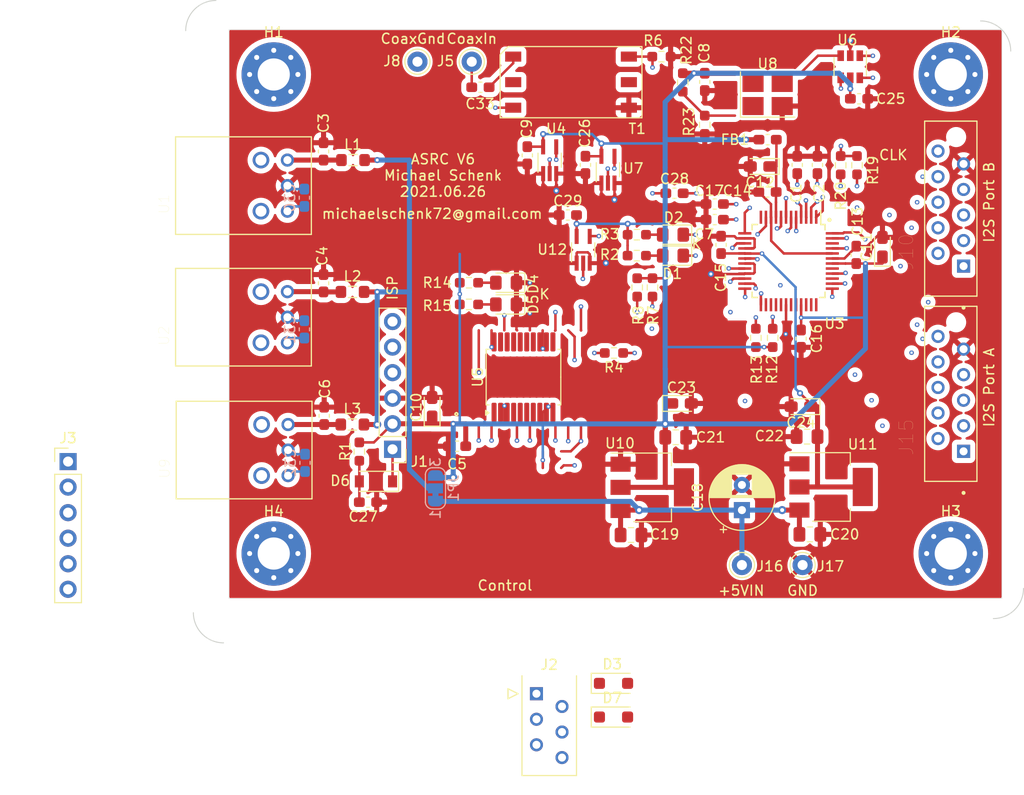
<source format=kicad_pcb>
(kicad_pcb (version 20240108) (generator "pcbnew") (generator_version "8.0")
  (layers (0 "F.Cu" mixed) (1 "In1.Cu" signal) (2 "In2.Cu" signal) (31 "B.Cu" mixed) (34 "B.Paste" user) (35 "F.Paste" user) (36 "B.SilkS" user "B.Silkscreen") (37 "F.SilkS" user "F.Silkscreen") (38 "B.Mask" user) (39 "F.Mask" user) (44 "Edge.Cuts" user))
  (net 0 "")
  (net 1 "Net-(U3A-RX2-)")
  (net 2 "GND")
  (net 3 "+3V3")
  (net 4 "Net-(U3A-RX1-)")
  (net 5 "Net-(U1-VCC)")
  (net 6 "Net-(U2-VCC)")
  (net 7 "Net-(U9-VCC)")
  (net 8 "SCL")
  (net 9 "SDA")
  (net 10 "+1V8")
  (net 11 "Net-(U3A-RX3-)")
  (net 12 "Net-(U3B-VCC)")
  (net 13 "Net-(U3A-RX4-)")
  (net 14 "RESET")
  (net 15 "BCKB")
  (net 16 "LRCKB")
  (net 17 "SDOUTB")
  (net 18 "Net-(D6-A)")
  (net 19 "Net-(U3A-RX4+)")
  (net 20 "BCKA")
  (net 21 "LRCKA")
  (net 22 "SDOUTA")
  (net 23 "MCLK1")
  (net 24 "MCLK3")
  (net 25 "Net-(U1-VOUT)")
  (net 26 "MCLK2")
  (net 27 "Net-(U2-VOUT)")
  (net 28 "Net-(U9-VOUT)")
  (net 29 "RC5")
  (net 30 "Net-(J5-Pin_1)")
  (net 31 "Net-(D1-K)")
  (net 32 "/RA4")
  (net 33 "/RA5")
  (net 34 "Net-(U5-RC1)")
  (net 35 "Net-(U5-RC0)")
  (net 36 "Net-(C3-Pad2)")
  (net 37 "Net-(C4-Pad2)")
  (net 38 "+5V")
  (net 39 "Net-(D1-A)")
  (net 40 "Net-(D2-K)")
  (net 41 "SDO")
  (net 42 "Net-(D2-A)")
  (net 44 "Net-(C6-Pad2)")
  (net 46 "Net-(D4-A)")
  (net 47 "Net-(C28-Pad1)")
  (net 48 "Net-(D5-A)")
  (net 49 "Net-(C30-Pad2)")
  (net 50 "Net-(C31-Pad2)")
  (net 51 "Net-(C32-Pad2)")
  (net 52 "Net-(C33-Pad2)")
  (net 53 "Net-(D6-K)")
  (net 56 "Net-(J1-Pin_5)")
  (net 57 "Net-(J1-Pin_4)")
  (net 59 "RC4{slash}SW")
  (net 60 "RC7{slash}CHB")
  (net 62 "RC6{slash}CHA")
  (net 63 "/RA2")
  (net 64 "Net-(J8-Pin_1)")
  (net 67 "Net-(JP1-C)")
  (net 68 "Net-(U5-RC2)")
  (net 69 "Net-(U3A-CPM)")
  (net 70 "Net-(U3A-*INT)")
  (net 71 "Net-(U3A-RXCKI)")
  (net 72 "Net-(U3A-MCLK)")
  (net 73 "Net-(U8-Standby)")
  (net 85 "Net-(U3A-RX1+)")
  (net 86 "Net-(U3A-RX2+)")
  (net 89 "Net-(U3A-RX3+)")
  (net 90 "Net-(U6-FIN)")
  (footprint "Capacitor_SMD:C_0603_1608Metric_Pad1.08x0.95mm_HandSolder" (layer "F.Cu") (at 165.7096 70.5877 -90)
    (property "Reference" "C1")
    (property "Value" "100nF")
  )
  (footprint "Capacitor_SMD:C_0603_1608Metric_Pad1.08x0.95mm_HandSolder" (layer "F.Cu") (at 118.618 69.2415 -90)
    (property "Reference" "C3")
    (property "Value" "100nF")
  )
  (footprint "Capacitor_SMD:C_0603_1608Metric_Pad1.08x0.95mm_HandSolder" (layer "F.Cu") (at 118.618 82.3479 -90)
    (property "Reference" "C4")
    (property "Value" "100nF")
  )
  (footprint "LED_SMD:LED_0805_2012Metric_Pad1.15x1.40mm_HandSolder" (layer "F.Cu") (at 153.3562 79.6036 180)
    (property "Reference" "D1")
    (property "Value" "LED")
  )
  (footprint "LED_SMD:LED_0805_2012Metric_Pad1.15x1.40mm_HandSolder" (layer "F.Cu") (at 153.3562 77.5208 180)
    (property "Reference" "D2")
    (property "Value" "LED")
  )
  (footprint "Resistor_SMD:R_0603_1608Metric_Pad0.98x0.95mm_HandSolder" (layer "F.Cu") (at 149.7565 79.6036)
    (property "Reference" "R2")
    (property "Value" "330R")
  )
  (footprint "Resistor_SMD:R_0603_1608Metric_Pad0.98x0.95mm_HandSolder" (layer "F.Cu") (at 149.7603 77.5208)
    (property "Reference" "R3")
    (property "Value" "330R")
  )
  (footprint "kicad-snk:PLR135-T10_PLT133-T10W" (layer "F.Cu") (at 112.395 85.725 90)
    (property "Reference" "U2")
    (property "Value" "PLR135-T10")
  )
  (footprint "Capacitor_SMD:C_0603_1608Metric_Pad1.08x0.95mm_HandSolder" (layer "F.Cu") (at 131.8895 98.552)
    (property "Reference" "C5")
    (property "Value" "100nF")
  )
  (footprint "MountingHole:MountingHole_3.2mm_M3_Pad_Via" (layer "F.Cu") (at 113.665 61.595)
    (property "Reference" "H1")
    (property "Value" "MountingHole")
  )
  (footprint "Resistor_SMD:R_0603_1608Metric_Pad0.98x0.95mm_HandSolder" (layer "F.Cu") (at 151.3205 82.764 -90)
    (property "Reference" "R7")
    (property "Value" "4K99")
  )
  (footprint "Resistor_SMD:R_0603_1608Metric_Pad0.98x0.95mm_HandSolder" (layer "F.Cu") (at 149.7965 82.764 -90)
    (property "Reference" "R8")
    (property "Value" "4K99")
  )
  (footprint "Package_SO:SSOP-20_5.3x7.2mm_P0.65mm" (layer "F.Cu") (at 138.4935 91.6795 90)
    (property "Reference" "U5")
    (property "Value" "PIC16F18446-I/SS")
  )
  (footprint "Capacitor_Tantalum_SMD:CP_EIA-2012-12_Kemet-R_Pad1.30x1.05mm_HandSolder" (layer "F.Cu") (at 129.413 94.6785 90)
    (property "Reference" "C10")
    (property "Value" "10uF")
  )
  (footprint "Capacitor_Tantalum_SMD:CP_EIA-2012-12_Kemet-R_Pad1.30x1.05mm_HandSolder" (layer "F.Cu") (at 174.1805 78.766 90)
    (property "Reference" "C11")
    (property "Value" "10uF")
  )
  (footprint "Capacitor_Tantalum_SMD:CP_EIA-2012-12_Kemet-R_Pad1.30x1.05mm_HandSolder" (layer "F.Cu") (at 162.0145 70.739 180)
    (property "Reference" "C12")
    (property "Value" "10uF")
  )
  (footprint "Capacitor_SMD:C_0603_1608Metric_Pad1.08x0.95mm_HandSolder" (layer "F.Cu") (at 171.577 79.5285 -90)
    (property "Reference" "C13")
    (property "Value" "100nF")
  )
  (footprint "Capacitor_SMD:C_0603_1608Metric_Pad1.08x0.95mm_HandSolder" (layer "F.Cu") (at 158.1404 78.5357 -90)
    (property "Reference" "C15")
    (property "Value" "100nF")
  )
  (footprint "Connector_PinHeader_2.54mm:PinHeader_1x06_P2.54mm_Vertical" (layer "F.Cu") (at 125.476 98.8568 180)
    (property "Reference" "J1")
    (property "Value" "Conn_01x06_Male")
  )
  (footprint "kicad-snk:TE_CONN_RCPT_10POS_0.1_TIN_PCB" (layer "F.Cu") (at 182.245 80.645 90)
    (property "Reference" "J10")
    (property "Value" "B")
  )
  (footprint "Resistor_SMD:R_0603_1608Metric_Pad0.98x0.95mm_HandSolder" (layer "F.Cu") (at 163.2712 87.7805 -90)
    (property "Reference" "R12")
    (property "Value" "1k")
  )
  (footprint "Resistor_SMD:R_0603_1608Metric_Pad0.98x0.95mm_HandSolder" (layer "F.Cu") (at 161.5948 87.7805 -90)
    (property "Reference" "R13")
    (property "Value" "4k99")
  )
  (footprint "Crystal:Crystal_SMD_3225-4Pin_3.2x2.5mm_HandSoldering" (layer "F.Cu") (at 162.7644 63.5844)
    (property "Reference" "U8")
    (property "Value" "24.576MHz")
  )
  (footprint "Capacitor_SMD:C_0603_1608Metric_Pad1.08x0.95mm_HandSolder" (layer "F.Cu") (at 156.5148 62.3327 -90)
    (property "Reference" "C8")
    (property "Value" "100nF")
  )
  (footprint "kicad-snk:TE_CONN_RCPT_10POS_0.1_TIN_PCB" (layer "F.Cu") (at 182.245 99.06 90)
    (property "Reference" "J15")
    (property "Value" "A")
  )
  (footprint "Resistor_SMD:R_0603_1608Metric_Pad0.98x0.95mm_HandSolder" (layer "F.Cu") (at 171.6532 70.6139 90)
    (property "Reference" "R19")
    (property "Value" "NC")
  )
  (footprint "Resistor_SMD:R_0603_1608Metric_Pad0.98x0.95mm_HandSolder" (layer "F.Cu") (at 170.0276 70.6139 90)
    (property "Reference" "R20")
    (property "Value" "0R")
  )
  (footprint "Resistor_SMD:R_0603_1608Metric_Pad0.98x0.95mm_HandSolder" (layer "F.Cu") (at 154.3304 62.3805 90)
    (property "Reference" "R22")
    (property "Value" "4K99")
  )
  (footprint "Resistor_SMD:R_0603_1608Metric_Pad0.98x0.95mm_HandSolder" (layer "F.Cu") (at 156.5148 66.5969 90)
    (property "Reference" "R23")
    (property "Value" "NC")
  )
  (footprint "Capacitor_THT:CP_Radial_D6.3mm_P2.50mm" (layer "F.Cu") (at 160.2105 104.902 90)
    (property "Reference" "C18")
    (property "Value" "220uF/10V")
  )
  (footprint "Capacitor_SMD:C_0805_2012Metric_Pad1.18x1.45mm_HandSolder" (layer "F.Cu") (at 149.183 107.3785)
    (property "Reference" "C19")
    (property "Value" "330nF")
  )
  (footprint "Capacitor_SMD:C_0805_2012Metric_Pad1.18x1.45mm_HandSolder" (layer "F.Cu") (at 166.963 107.315)
    (property "Reference" "C20")
    (property "Value" "330nF")
  )
  (footprint "Connector_Pin:Pin_D1.0mm_L10.0mm" (layer "F.Cu") (at 160.2105 110.363)
    (property "Reference" "J16")
    (property "Value" "+5VIN")
  )
  (footprint "Package_TO_SOT_SMD:SOT-223-3_TabPin2" (layer "F.Cu") (at 169.0755 102.602)
    (property "Reference" "U11")
    (property "Value" "TLV1117-18")
  )
  (footprint "Capacitor_SMD:C_0805_2012Metric_Pad1.18x1.45mm_HandSolder" (layer "F.Cu") (at 153.628 97.663)
    (property "Reference" "C21")
    (property "Value" "100nF")
  )
  (footprint "Capacitor_SMD:C_0805_2012Metric_Pad1.18x1.45mm_HandSolder" (layer "F.Cu") (at 166.6875 97.5995 180)
    (property "Reference" "C22")
    (property "Value" "100nF")
  )
  (footprint "Capacitor_Tantalum_SMD:CP_EIA-2012-12_Kemet-R_Pad1.30x1.05mm_HandSolder" (layer "F.Cu") (at 154.204 94.2975)
    (property "Reference" "C23")
    (property "Value" "10uF")
  )
  (footprint "Capacitor_Tantalum_SMD:CP_EIA-2012-12_Kemet-R_Pad1.30x1.05mm_HandSolder" (layer "F.Cu") (at 166.0785 94.615 180)
    (property "Reference" "C24")
    (property "Value" "10uF/6.3V")
  )
  (footprint "Capacitor_SMD:C_0603_1608Metric_Pad1.08x0.95mm_HandSolder" (layer "F.Cu") (at 166.0906 87.8575 90)
    (property "Reference" "C16")
    (property "Value" "100nF")
  )
  (footprint "Package_QFP:TQFP-48_7x7mm_P0.5mm" (layer "F.Cu") (at 164.846 80.137 -90)
    (property "Reference" "U3")
    (property "Value" "SRC4382/SRC4392")
  )
  (footprint "Capacitor_SMD:C_0603_1608Metric_Pad1.08x0.95mm_HandSolder" (layer "F.Cu") (at 167.7162 70.5877 90)
    (property "Reference" "C2")
    (property "Value" "100nF")
  )
  (footprint "kicad-snk:PLR135-T10_PLT133-T10W" (layer "F.Cu") (at 112.395 72.644 90)
    (property "Reference" "U1")
    (property "Value" "PLR135-T10")
  )
  (footprint "MountingHole:MountingHole_3.2mm_M3_Pad_Via" (layer "F.Cu") (at 180.975 109.22)
    (property "Reference" "H3")
    (property "Value" "MountingHole")
  )
  (footprint "MountingHole:MountingHole_3.2mm_M3_Pad_Via" (layer "F.Cu") (at 180.975 61.595)
    (property "Reference" "H2")
    (property "Value" "MountingHole")
  )
  (footprint "Capacitor_SMD:C_0603_1608Metric_Pad1.08x0.95mm_HandSolder" (layer "F.Cu") (at 162.7505 73.279)
    (property "Reference" "C14")
    (property "Value" "100nF")
  )
  (footprint "Capacitor_SMD:C_0603_1608Metric_Pad1.08x0.95mm_HandSolder" (layer "F.Cu") (at 171.8553 64.008 180)
    (property "Reference" "C25")
    (property "Value" "100nF")
  )
  (footprint "Package_TO_SOT_SMD:SOT-23-6" (layer "F.Cu") (at 170.9776 60.8252 -90)
    (property "Reference" "U6")
    (property "Value" "PL133-37TI-R")
  )
  (footprint "Capacitor_SMD:C_0603_1608Metric_Pad1.08x0.95mm_HandSolder" (layer "F.Cu") (at 138.8745 69.633 -90)
    (property "Reference" "C9")
    (property "Value" "100nF")
  )
  (footprint "Capacitor_SMD:C_0603_1608Metric_Pad1.08x0.95mm_HandSolder" (layer "F.Cu") (at 144.653 70.5855 -90)
    (property "Reference" "C26")
    (property "Value" "100nF")
  )
  (footprint "Package_TO_SOT_SMD:SOT-353_SC-70-5_Handsoldering" (layer "F.Cu") (at 141.097 70.1202 90)
    (property "Reference" "U4")
    (property "Value" "74LVC1G125")
  )
  (footprint "Package_TO_SOT_SMD:SOT-353_SC-70-5_Handsoldering" (layer "F.Cu") (at 146.8905 71.06 90)
    (property "Reference" "U7")
    (property "Value" "74LVC1G125")
  )
  (footprint "LED_SMD:LED_0805_2012Metric_Pad1.15x1.40mm_HandSolder" (layer "F.Cu") (at 136.77 82.296 180)
    (property "Reference" "D4")
    (property "Value" "LED")
  )
  (footprint "LED_SMD:LED_0805_2012Metric_Pad1.15x1.40mm_HandSolder" (layer "F.Cu") (at 136.77 84.455 180)
    (property "Reference" "D5")
    (property "Value" "LED")
  )
  (footprint "Resistor_SMD:R_0603_1608Metric_Pad0.98x0.95mm_HandSolder" (layer "F.Cu") (at 133.0725 82.296)
    (property "Reference" "R14")
    (property "Value" "330R")
  )
  (footprint "Resistor_SMD:R_0603_1608Metric_Pad0.98x0.95mm_HandSolder" (layer "F.Cu") (at 133.0725 84.455)
    (property "Reference" "R15")
    (property "Value" "330R")
  )
  (footprint "Capacitor_SMD:C_0603_1608Metric_Pad1.08x0.95mm_HandSolder" (layer "F.Cu") (at 162.7643 68.072)
    (property "Reference" "FB1")
    (property "Value" "1k@100MHz")
  )
  (footprint "Inductor_SMD:L_0805_2012Metric_Pad1.05x1.20mm_HandSolder" (layer "F.Cu") (at 121.546 70.104)
    (property "Reference" "L1")
    (property "Value" "47uH")
  )
  (footprint "Inductor_SMD:L_0805_2012Metric_Pad1.05x1.20mm_HandSolder" (layer "F.Cu") (at 121.4952 83.2104)
    (property "Reference" "L2")
    (property "Value" "47uH")
  )
  (footprint "Capacitor_SMD:C_0603_1608Metric_Pad1.08x0.95mm_HandSolder" (layer "F.Cu") (at 123.0365 104.1146)
    (property "Reference" "C27")
    (property "Value" "10nF")
  )
  (footprint "Diode_SMD:D_SOD-123" (layer "F.Cu") (at 123.826 102.0445 180)
    (property "Reference" "D6")
    (property "Value" "1N4148W")
  )
  (footprint "Resistor_SMD:R_0603_1608Metric_Pad0.98x0.95mm_HandSolder" (layer "F.Cu") (at 147.487 89.281 180)
    (property "Reference" "R4")
    (property "Value" "NC/0R")
  )
  (footprint "Package_TO_SOT_SMD:SOT-223-3_TabPin2" (layer "F.Cu") (at 151.2955 102.641)
    (property "Reference" "U10")
    (property "Value" "TLV1117-33")
  )
  (footprint "Capacitor_SMD:C_0603_1608Metric_Pad1.08x0.95mm_HandSolder" (layer "F.Cu") (at 157.5043 76.0222)
    (property "Reference" "C7")
    (property "Value" "100nF")
  )
  (footprint "Capacitor_SMD:C_0603_1608Metric_Pad1.08x0.95mm_HandSolder" (layer "F.Cu") (at 157.5065 74.4728)
    (property "Reference" "C17")
    (property "Value" "100nF")
  )
  (footprint "Capacitor_SMD:C_0603_1608Metric_Pad1.08x0.95mm_HandSolder" (layer "F.Cu") (at 153.506 73.406)
    (property "Reference" "C28")
    (property "Value" "100nF")
  )
  (footprint "Connector_Pin:Pin_D1.0mm_L10.0mm" (layer "F.Cu") (at 133.35 60.325)
    (property "Reference" "J5")
    (property "Value" "COAXIN")
  )
  (footprint "Connector_Pin:Pin_D1.0mm_L10.0mm" (layer "F.Cu") (at 127.9525 60.325)
    (property "Reference" "J8")
    (property "Value" "COAXGND")
  )
  (footprint "Resistor_SMD:R_0603_1608Metric_Pad0.98x0.95mm_HandSolder" (layer "F.Cu") (at 152.2095 59.817 180)
    (property "Reference" "R6")
    (property "Value" "75R")
  )
  (footprint "Capacitor_SMD:C_0603_1608Metric_Pad1.08x0.95mm_HandSolder" (layer "F.Cu") (at 118.6815 95.5305 -90)
    (property "Reference" "C6")
    (property "Value" "100nF")
  )
  (footprint "Capacitor_SMD:C_0603_1608Metric_Pad1.08x0.95mm_HandSolder" (layer "F.Cu") (at 142.9015 75.565 180)
    (property "Reference" "C29")
    (property "Value" "100nF")
  )
  (footprint "Inductor_SMD:L_0805_2012Metric_Pad1.05x1.20mm_HandSolder" (layer "F.Cu") (at 121.4825 96.393)
    (property "Reference" "L3")
    (property "Value" "47uH")
  )
  (footprint "kicad-snk:PLR135-T10_PLT133-T10W" (layer "F.Cu") (at 112.4585 98.933 90)
    (property "Reference" "U9")
    (property "Value" "PLR135-T10")
  )
  (footprint "Package_TO_SOT_SMD:SOT-353_SC-70-5_Handsoldering" (layer "F.Cu") (at 144.428001 79.022001 90)
    (property "Reference" "U12")
    (property "Value" "74LVC1G125")
  )
  (footprint "Resistor_SMD:R_0603_1608Metric_Pad0.98x0.95mm_HandSolder" (layer "F.Cu") (at 122.174 99.0835 -90)
    (property "Reference" "R1")
    (property "Value" "4k99")
  )
  (footprint "Connector_Pin:Pin_D1.0mm_L10.0mm" (layer "F.Cu") (at 166.243 110.363)
    (property "Reference" "J17")
    (property "Value" "GND")
  )
  (footprint "MountingHole:MountingHole_3.2mm_M3_Pad_Via" (layer "F.Cu") (at 113.665 109.22)
    (property "Reference" "H4")
    (property "Value" "MountingHole")
  )
  (footprint "kicad-snk:DA100J" (layer "F.Cu") (at 143.221 62.357 -90)
    (property "Reference" "T1")
    (property "Value" "Murata_DA103")
  )
  (footprint "Capacitor_SMD:C_0603_1608Metric_Pad1.08x0.95mm_HandSolder" (layer "F.Cu") (at 134.2125 62.865)
    (property "Reference" "C33")
    (property "Value" "100nF")
  )
  (footprint "Diode_SMD:D_SOD-123F" (layer "F.Cu") (at 147.444 125.476)
    (property "Reference" "D7")
    (property "Value" "SM4002PL-TP")
  )
  (footprint "Connector_PinHeader_2.54mm:PinHeader_1x06_P2.54mm_Vertical" (layer "F.Cu") (at 93.218 100.076)
    (property "Reference" "J3")
    (property "Value" "Conn_01x06_Male")
  )
  (footprint "Connector_TE-Connectivity:TE_Micro-MaTch_215079-6_2x03_P1.27mm_Vertical" (layer "F.Cu") (at 139.784 123.156)
    (property "Reference" "J2")
    (property "Value" "TE MicroMatch")
  )
  (footprint "Diode_SMD:D_SOD-123F" (layer "F.Cu") (at 147.444 122.126)
    (property "Reference" "D3")
    (property "Value" "SM4002PL-TP")
  )
  (footprint "Jumper:SolderJumper-3_P1.3mm_Bridged12_RoundedPad1.0x1.5mm_NumberLabels" (layer "B.Cu") (at 129.7432 102.7384 90)
    (property "Reference" "JP1")
    (property "Value" "SolderJumper_3_Bridged12")
  )
  (footprint "Capacitor_SMD:C_0603_1608Metric_Pad1.08x0.95mm_HandSolder" (layer "B.Cu") (at 116.713 73.8505 -90)
    (property "Reference" "C30")
    (property "Value" "NC/30pF")
  )
  (footprint "Capacitor_SMD:C_0603_1608Metric_Pad1.08x0.95mm_HandSolder" (layer "B.Cu") (at 116.713 86.9315 -90)
    (property "Reference" "C31")
    (property "Value" "NC/30pF")
  )
  (footprint "Capacitor_SMD:C_0603_1608Metric_Pad1.08x0.95mm_HandSolder" (layer "B.Cu") (at 116.7765 100.203 -90)
    (property "Reference" "C32")
    (property "Value" "NC/30pF")
  )
  (gr_line (start 109.22 113.665) (end 109.22 57.15) (stroke (width 0.05)) (layer "Edge.Cuts"))
  (gr_line (start 186.055 113.665) (end 109.22 113.665) (stroke (width 0.05)) (layer "Edge.Cuts"))
  (gr_line (start 186.055 57.15) (end 186.055 113.665) (stroke (width 0.05)) (layer "Edge.Cuts"))
  (gr_line (start 109.22 57.15) (end 186.055 57.15) (stroke (width 0.05)) (layer "Edge.Cuts"))
  (gr_arc (start 183.93368 56.27132) (mid 186.055 57.15) (end 186.93368 59.27132) (stroke (width 0.1)) (layer "Edge.Cuts"))
  (gr_arc (start 188.20368 112.68668) (mid 187.32501 114.80801) (end 185.20368 115.68668) (stroke (width 0.1)) (layer "Edge.Cuts"))
  (gr_arc (start 108.67432 118.09968) (mid 106.55299 117.22101) (end 105.67432 115.09968) (stroke (width 0.1)) (layer "Edge.Cuts"))
  (gr_arc (start 104.91232 57.23932) (mid 105.791004 55.118004) (end 107.91232 54.23932) (stroke (width 0.1)) (layer "Edge.Cuts"))
  (gr_text "I2S Port A" (at 184.785 92.71 90) (layer "F.SilkS") (effects (font (size 1 1))))
  (gr_text "°" (at 168.91 76.454 0) (layer "F.SilkS") (effects (font (size 1 1))))
  (gr_text "K" (at 155.702 78.486 0) (layer "F.SilkS") (effects (font (size 1 1))))
  (gr_text "K" (at 140.589 83.439 0) (layer "F.SilkS") (effects (font (size 1 1))))
  (gr_text "Control" (at 136.652 112.395 0) (layer "F.SilkS") (effects (font (size 1 1))))
  (gr_text "CoaxGnd" (at 127.508 58.039 0) (layer "F.SilkS") (effects (font (size 1 1))))
  (gr_text "CoaxIn" (at 133.35 58.039 0) (layer "F.SilkS") (effects (font (size 1 1))))
  (gr_text "°" (at 131.826 95.758 0) (layer "F.SilkS") (effects (font (size 1 1))))
  (gr_text "+5VIN" (at 160.147 112.903 0) (layer "F.SilkS") (effects (font (size 1 1))))
  (gr_text "I2S Port B" (at 184.785 74.295 90) (layer "F.SilkS") (effects (font (size 1 1))))
  (gr_text "ISP" (at 125.476 82.804 90) (layer "F.SilkS") (effects (font (size 1 1))))
  (gr_text "ASRC V6\nMichael Schenk\n2021.06.26" (at 130.4925 71.628 0) (layer "F.SilkS") (effects (font (size 1 1))))
  (gr_text "michaelschenk72@gmail.com" (at 129.413 75.438 0) (layer "F.SilkS") (effects (font (size 1 1))))
  (gr_text "CLK" (at 175.26 69.596 0) (layer "F.SilkS") (effects (font (size 1 1))))
  (gr_text "GND" (at 166.243 112.903 0) (layer "F.SilkS") (effects (font (size 1 1))))
  (segment (start 139.1285 97.9805) (end 139.1285 96.3295) (width 0.25) (layer "F.Cu") (net 0))
  (segment (start 144.2085 96.3295) (end 144.2085 98.044) (width 0.25) (layer "F.Cu") (net 0))
  (segment (start 134.0485 97.9805) (end 134.0485 96.3295) (width 0.25) (layer "F.Cu") (net 0))
  (segment (start 135.3185 88.6841) (end 135.3312 88.6968) (width 0.25) (layer "F.Cu") (net 0))
  (segment (start 135.3185 97.9805) (end 135.3185 96.3295) (width 0.25) (layer "F.Cu") (net 0))
  (segment (start 146.5745 89.281) (end 145.542 89.281) (width 0.25) (layer "F.Cu") (net 0))
  (segment (start 142.9385 98.044) (end 142.9385 96.3295) (width 0.25) (layer "F.Cu") (net 0))
  (segment (start 142.494 100.457) (end 143.5735 100.457) (width 0.25) (layer "F.Cu") (net 0))
  (segment (start 143.1925 99.06) (end 144.2085 98.044) (width 0.25) (layer "F.Cu") (net 0))
  (segment (start 140.3985 88.8365) (end 140.4112 88.8492) (width 0.25) (layer "F.Cu") (net 0))
  (segment (start 140.3985 87.0295) (end 140.3985 88.8365) (width 0.25) (layer "F.Cu") (net 0))
  (segment (start 135.3185 87.0295) (end 135.3185 88.6841) (width 0.25) (layer "F.Cu") (net 0))
  (segment (start 142.24 99.06) (end 143.1925 99.06) (width 0.25) (layer "F.Cu") (net 0))
  (segment (start 141.6685 97.9805) (end 141.6685 96.3295) (width 0.25) (layer "F.Cu") (net 0))
  (segment (start 142.24 100.711) (end 142.494 100.457) (width 0.25) (layer "F.Cu") (net 0))
  (segment (start 136.5885 87.0295) (end 136.5885 85.5345) (width 0.25) (layer "F.Cu") (net 0))
  (segment (start 143.5735 87.6645) (end 142.9385 87.0295) (width 0.25) (layer "F.Cu") (net 0))
  (segment (start 143.5735 89.9795) (end 143.5735 87.6645) (width 0.25) (layer "F.Cu") (net 0))
  (via (at 134.0485 97.9805) (size 0.45) (drill 0.225) (layers "F.Cu" "B.Cu") (net 0))
  (via (at 139.1285 97.9805) (size 0.45) (drill 0.225) (layers "F.Cu" "B.Cu") (net 0))
  (via (at 142.9385 98.044) (size 0.45) (drill 0.225) (layers "F.Cu" "B.Cu") (net 0))
  (via (at 144.2085 98.044) (size 0.45) (drill 0.225) (layers "F.Cu" "B.Cu") (net 0))
  (via (at 145.542 89.281) (size 0.45) (drill 0.225) (layers "F.Cu" "B.Cu") (net 0))
  (via (at 136.5885 85.5345) (size 0.45) (drill 0.225) (layers "F.Cu" "B.Cu") (net 0))
  (via (at 135.3312 88.6968) (size 0.45) (drill 0.225) (layers "F.Cu" "B.Cu") (net 0))
  (via (at 141.6685 97.9805) (size 0.45) (drill 0.225) (layers "F.Cu" "B.Cu") (net 0))
  (via (at 140.4112 88.8492) (size 0.45) (drill 0.225) (layers "F.Cu" "B.Cu") (net 0))
  (via (at 135.3185 97.9805) (size 0.45) (drill 0.225) (layers "F.Cu" "B.Cu") (net 0))
  (via (at 143.5735 89.9795) (size 0.45) (drill 0.225) (layers "F.Cu" "B.Cu") (net 0))
  (via (at 143.5735 100.457) (size 0.45) (drill 0.225) (layers "F.Cu" "B.Cu") (net 0))
  (segment (start 166.096 75.787) (end 166.096 74.656) (width 0.25) (layer "F.Cu") (net 1))
  (segment (start 165.7096 72.5424) (end 165.7096 71.4502) (width 0.25) (layer "F.Cu") (net 1))
  (segment (start 166.096 74.656) (end 165.735 74.295) (width 0.25) (layer "F.Cu") (net 1))
  (via (at 165.735 74.295) (size 0.45) (drill 0.225) (layers "F.Cu" "B.Cu") (net 1))
  (via (at 165.7096 72.5424) (size 0.45) (drill 0.225) (layers "F.Cu" "B.Cu") (net 1))
  (segment (start 145.078001 79.466999) (end 144.888002 79.277) (width 0.25) (layer "F.Cu") (net 2))
  (segment (start 161.471001 80.501999) (end 161.471001 81.272001) (width 0.25) (layer "F.Cu") (net 2))
  (segment (start 170.9776 59.7252) (end 170.9776 58.232) (width 0.25) (layer "F.Cu") (net 2))
  (segment (start 172.6555 78.666) (end 174.1805 77.141) (width 0.25) (layer "F.Cu") (net 2))
  (segment (start 140.447 71.4502) (end 140.447 72.4502) (width 0.25) (layer "F.Cu") (net 2))
  (segment (start 139.1285 87.0295) (end 139.1285 85.344) (width 0.25) (layer "F.Cu") (net 2))
  (segment (start 147.5405 72.39) (end 147.5405 74.0491) (width 0.25) (layer "F.Cu") (net 2))
  (segment (start 145.089802 80.3402) (end 145.078001 80.352001) (width 0.25) (layer "F.Cu") (net 2))
  (segment (start 159.470199 77.6732) (end 158.1404 77.6732) (width 0.25) (layer "F.Cu") (net 2))
  (segment (start 160.496 78.887) (end 161.1938 78.887) (width 0.25) (layer "F.Cu") (net 2))
  (segment (start 170.400802 79.887) (end 171.577 78.710802) (width 0.25) (layer "F.Cu") (net 2))
  (segment (start 140.447 72.4502) (end 141.1488 73.152) (width 0.25) (layer "F.Cu") (net 2))
  (segment (start 141.1488 73.152) (end 141.7574 73.152) (width 0.25) (layer "F.Cu") (net 2))
  (segment (start 161.356002 78.887) (end 161.471001 78.772001) (width 0.25) (layer "F.Cu") (net 2))
  (segment (start 161.888 73.279) (end 161.888 72.2375) (width 0.25) (layer "F.Cu") (net 2))
  (segment (start 146.2405 72.39) (end 146.2405 73.39) (width 0.25) (layer "F.Cu") (net 2))
  (segment (start 163.1188 75.8098) (end 163.096 75.787) (width 0.25) (layer "F.Cu") (net 2))
  (segment (start 141.747 73.1416) (end 141.7574 73.152) (width 0.25) (layer "F.Cu") (net 2))
  (segment (start 170.9776 58.232) (end 170.9928 58.2168) (width 0.25) (layer "F.Cu") (net 2))
  (segment (start 161.471001 81.272001) (end 161.356002 81.387) (width 0.25) (layer "F.Cu") (net 2))
  (segment (start 160.496 81.387) (end 160.484399 81.398601) (width 0.25) (layer "F.Cu") (net 2))
  (segment (start 159.683999 77.887) (end 159.470199 77.6732) (width 0.25) (layer "F.Cu") (net 2))
  (segment (start 164.596 87.372) (end 164.5666 87.4014) (width 0.25) (layer "F.Cu") (net 2))
  (segment (start 160.496 81.387) (end 160.4506 81.4324) (width 0.25) (layer "F.Cu") (net 2))
  (segment (start 137.795 86.966) (end 137.8585 87.0295) (width 0.25) (layer "F.Cu") (net 2))
  (segment (start 146.673199 80.352001) (end 146.685 80.3402) (width 0.5) (layer "F.Cu") (net 2))
  (segment (start 164.3754 79.387) (end 163.1188 78.1304) (width 0.25) (layer "F.Cu") (net 2))
  (segment (start 146.2405 73.39) (end 146.9042 74.0537) (width 0.25) (layer "F.Cu") (net 2))
  (segment (start 171.577 78.710802) (end 171.577 78.666) (width 0.25) (layer "F.Cu") (net 2))
  (segment (start 161.396 77.887) (end 160.496 77.887) (width 0.25) (layer "F.Cu") (net 2))
  (segment (start 147.5405 74.0491) (end 147.5359 74.0537) (width 0.25) (layer "F.Cu") (net 2))
  (segment (start 161.471001 77.962001) (end 161.396 77.887) (width 0.25) (layer "F.Cu") (net 2))
  (segment (start 160.496 81.387) (end 160.466232 81.416768) (width 0.25) (layer "F.Cu") (net 2))
  (segment (start 161.888 72.2375) (end 160.3895 70.739) (width 0.25) (layer "F.Cu") (net 2))
  (segment (start 161.218801 78.861999) (end 161.1938 78.887) (width 0.25) (layer "F.Cu") (net 2))
  (segment (start 169.196 79.887) (end 170.400802 79.887) (width 0.25) (layer "F.Cu") (net 2))
  (segment (start 143.853002 79.277) (end 143.778001 79.352001) (width 0.25) (layer "F.Cu") (net 2))
  (segment (start 161.356002 81.387) (end 160.496 81.387) (width 0.25) (layer "F.Cu") (net 2))
  (segment (start 158.3542 77.887) (end 158.1404 77.6732) (width 0.25) (layer "F.Cu") (net 2))
  (segment (start 161.1938 78.887) (end 161.356002 78.887) (width 0.25) (layer "F.Cu") (net 2))
  (segment (start 139.1285 82.296) (end 137.795 82.296) (width 0.25) (layer "F.Cu") (net 2))
  (segment (start 163.096 75.787) (end 163.096 74.487) (width 0.25) (layer "F.Cu") (net 2))
  (segment (start 146.9042 74.0537) (end 147.5359 74.0537) (width 0.25) (layer "F.Cu") (net 2))
  (segment (start 144.888002 79.277) (end 143.853002 79.277) (width 0.25) (layer "F.Cu") (net 2))
  (segment (start 143.778001 79.352001) (end 143.778001 80.352001) (width 0.25) (layer "F.Cu") (net 2))
  (segment (start 161.356002 80.387) (end 161.471001 80.501999) (width 0.25) (layer "F.Cu") (net 2))
  (segment (start 160.496 80.387) (end 161.356002 80.387) (width 0.25) (layer "F.Cu") (net 2))
  (segment (start 169.196 79.387) (end 164.3754 79.387) (width 0.25) (layer "F.Cu") (net 2))
  (segment (start 161.471001 78.772001) (end 161.471001 77.962001) (width 0.25) (layer "F.Cu") (net 2))
  (segment (start 160.4506 81.4324) (end 157.1244 81.4324) (width 0.25) (layer "F.Cu") (net 2))
  (segment (start 163.096 74.487) (end 161.888 73.279) (width 0.25) (layer "F.Cu") (net 2))
  (segment (start 171.577 78.666) (end 172.6555 78.666) (width 0.25) (layer "F.Cu") (net 2))
  (segment (start 137.795 84.455) (end 137.795 86.966) (width 0.25) (layer "F.Cu") (net 2))
  (segment (start 163.1188 78.1304) (end 163.1188 75.8098) (width 0.25) (layer "F.Cu") (net 2))
  (segment (start 146.685 80.3402) (end 145.089802 80.3402) (width 0.25) (layer "F.Cu") (net 2))
  (segment (start 164.596 84.487) (end 164.596 87.372) (width 0.25) (layer "F.Cu") (net 2))
  (segment (start 141.747 71.4502) (end 141.747 73.1416) (width 0.25) (layer "F.Cu") (net 2))
  (segment (start 145.078001 80.352001) (end 145.078001 79.466999) (width 0.25) (layer "F.Cu") (net 2))
  (segment (start 160.496 77.887) (end 159.683999 77.887) (width 0.25) (layer "F.Cu") (net 2))
  (via (at 139.1285 85.344) (size 0.45) (drill 0.225) (layers "F.Cu" "B.Cu") (net 2))
  (via (at 157.1244 81.4324) (size 0.6) (drill 0.3) (layers "F.Cu" "B.Cu") (net 2))
  (via (at 146.685 80.3402) (size 0.6) (drill 0.3) (layers "F.Cu" "B.Cu") (net 2))
  (via (at 147.5359 74.0537) (size 0.6) (drill 0.3) (layers "F.Cu" "B.Cu") (net 2))
  (via (at 170.9928 58.2168) (size 0.6) (drill 0.3) (layers "F.Cu" "B.Cu") (net 2))
  (via (at 164.5666 87.4014) (size 0.45) (drill 0.225) (layers "F.Cu" "B.Cu") (net 2))
  (via (at 139.1285 82.296) (size 0.45) (drill 0.225) (layers "F.Cu" "B.Cu") (net 2))
  (via (at 141.7574 73.152) (size 0.6) (drill 0.3) (layers "F.Cu" "B.Cu") (net 2))
  (segment (start 116.7765 99.3405) (end 115.496 99.3405) (width 0.25) (layer "B.Cu") (net 2))
  (segment (start 116.713 72.988) (end 115.369 72.988) (width 0.25) (layer "B.Cu") (net 2))
  (segment (start 115.369 86.069) (end 115.025 85.725) (width 0.25) (layer "B.Cu") (net 2))
  (segment (start 115.496 99.3405) (end 115.0885 98.933) (width 0.25) (layer "B.Cu") (net 2))
  (segment (start 116.713 86.069) (end 115.369 86.069) (width 0.25) (layer "B.Cu") (net 2))
  (segment (start 115.369 72.988) (end 115.025 72.644) (width 0.25) (layer "B.Cu") (net 2))
  (segment (start 131.5085 96.3295) (end 129.439 96.3295) (width 0.5) (layer "F.Cu") (net 3))
  (segment (start 170.5015 80.387) (end 170.5142 80.387) (width 0.25) (layer "F.Cu") (net 3))
  (segment (start 170.5142 80.387) (end 171.573 80.387) (width 0.25) (layer "F.Cu") (net 3))
  (segment (start 172.4914 80.391) (end 174.1805 80.391) (width 0.25) (layer "F.Cu") (net 3))
  (segment (start 162.4114 88.693) (end 163.2712 88.693) (width 0.25) (layer "F.Cu") (net 3))
  (segment (start 132.16 83.4225) (end 132.16 82.296) (width 0.25) (layer "F.Cu") (net 3))
  (segment (start 148.844 78.5876) (end 148.844 77.5246) (width 0.25) (layer "F.Cu") (net 3))
  (segment (start 170.9776 63.0072) (end 170.9776 63.9928) (width 0.25) (layer "F.Cu") (net 3))
  (segment (start 140.415 99.9325) (end 140.415 100.711) (width 0.25) (layer "F.Cu") (net 3))
  (segment (start 143.778001 76.439999) (end 143.778001 75.579001) (width 0.25) (layer "F.Cu") (net 3))
  (segment (start 152.5905 96.266) (end 152.5905 94.309) (width 0.5) (layer "F.Cu") (net 3))
  (segment (start 161.9018 68.072) (end 160.6296 68.072) (width 0.5) (layer "F.Cu") (net 3))
  (segment (start 152.5905 97.663) (end 152.5905 96.3295) (width 0.5) (layer "F.Cu") (net 3))
  (segment (start 151.3205 81.8515) (end 152.5675 81.8515) (width 0.25) (layer "F.Cu") (net 3))
  (segment (start 123.6218 98.171) (end 122.174 98.171) (width 0.25) (layer "F.Cu") (net 3))
  (segment (start 156.5148 61.4702) (end 155.4458 61.4702) (width 0.5) (layer "F.Cu") (net 3))
  (segment (start 148.8478 77.5208) (end 148.8478 76.4502) (width 0.25) (layer "F.Cu") (net 3))
  (segment (start 156.529 61.4844) (end 156.5148 61.4702) (width 0.5) (layer "F.Cu") (net 3))
  (segment (start 146.2335 69.723) (end 146.2405 69.73) (width 0.25) (layer "F.Cu") (net 3))
  (segment (start 152.5905 102.489) (end 152.7425 102.641) (width 0.5) (layer "F.Cu") (net 3))
  (segment (start 159.5144 61.4844) (end 156.529 61.4844) (width 0.5) (layer "F.Cu") (net 3))
  (segment (start 140.4273 68.7705) (end 140.447 68.7902) (width 0.25) (layer "F.Cu") (net 3))
  (segment (start 140.432 67.5005) (end 140.447 67.5155) (width 0.25) (layer "F.Cu") (net 3))
  (segment (start 143.778001 77.692001) (end 143.778001 76.439999) (width 0.25) (layer "F.Cu") (net 3))
  (segment (start 132.16 84.455) (end 132.16 83.4225) (width 0.25) (layer "F.Cu") (net 3))
  (segment (start 149.7965 81.8515) (end 151.3205 81.8515) (width 0.25) (layer "F.Cu") (net 3))
  (segment (start 152.5905 94.309) (end 152.579 94.2975) (width 0.5) (layer "F.Cu") (net 3))
  (segment (start 166.096 84.487) (end 166.096 85.7704) (width 0.25) (layer "F.Cu") (net 3))
  (segment (start 166.096 85.7704) (end 166.096 86.9896) (width 0.25) (layer "F.Cu") (net 3))
  (segment (start 140.44 68.7832) (end 140.447 68.7902) (width 0.25) (layer "F.Cu") (net 3))
  (segment (start 161.5948 88.693) (end 162.4114 88.693) (width 0.25) (layer "F.Cu") (net 3))
  (segment (start 148.1455 102.641) (end 152.7425 102.641) (width 0.5) (layer "F.Cu") (net 3))
  (segment (start 159.5002 61.4702) (end 159.5144 61.4844) (width 0.25) (layer "F.Cu") (net 3))
  (segment (start 148.844 77.5246) (end 148.8478 77.5208) (width 0.25) (layer "F.Cu") (net 3))
  (segment (start 171.573 80.387) (end 171.577 80.391) (width 0.25) (layer "F.Cu") (net 3))
  (segment (start 132.7785 96.3295) (end 131.5085 96.3295) (width 0.5) (layer "F.Cu") (net 3))
  (segment (start 171.577 80.391) (end 172.4914 80.391) (width 0.25) (layer "F.Cu") (net 3))
  (segment (start 154.3326 61.4702) (end 154.3304 61.468) (width 0.5) (layer "F.Cu") (net 3))
  (segment (start 155.4458 61.4702) (end 154.3326 61.4702) (width 0.5) (layer "F.Cu") (net 3))
  (segment (start 125.476 96.3168) (end 129.3997 96.3168) (width 0.5) (layer "F.Cu") (net 3))
  (segment (start 169.196 80.387) (end 170.5015 80.387) (width 0.25) (layer "F.Cu") (net 3))
  (segment (start 170.9776 63.9928) (end 170.9928 64.008) (width 0.25) (layer "F.Cu") (net 3))
  (segment (start 129.3997 96.3168) (end 129.413 96.3035) (width 0.5) (layer "F.Cu") (net 3))
  (segment (start 152.5905 97.663) (end 152.5905 96.266) (width 0.5) (layer "F.Cu") (net 3))
  (segment (start 170.9776 61.9252) (end 170.9776 63.0072) (width 0.25) (layer "F.Cu") (net 3))
  (segment (start 140.447 68.7902) (end 140.447 67.5155) (width 0.25) (layer "F.Cu") (net 3))
  (segment (start 138.8745 68.7705) (end 140.4273 68.7705) (width 0.25) (layer "F.Cu") (net 3))
  (segment (start 125.476 96.3168) (end 123.6218 98.171) (width 0.25) (layer "F.Cu") (net 3))
  (segment (start 148.8478 76.4502) (end 148.858001 76.439999) (width 0.25) (layer "F.Cu") (net 3))
  (segment (start 144.653 69.723) (end 146.2335 69.723) (width 0.25) (layer "F.Cu") (net 3))
  (segment (start 132.752 98.552) (end 132.752 96.356) (width 0.5) (layer "F.Cu") (net 3))
  (segment (start 146.2405 69.73) (end 146.2405 68.453) (width 0.25) (layer "F.Cu") (net 3))
  (segment (start 152.7425 102.641) (end 154.4455 102.641) (width 0.5) (layer "F.Cu") (net 3))
  (segment (start 152.5675 81.8515) (end 152.579 81.84) (width 0.25) (layer "F.Cu") (net 3))
  (segment (start 152.5905 97.663) (end 152.5905 102.489) (width 0.5) (layer "F.Cu") (net 3))
  (segment (start 132.752 96.356) (end 132.7785 96.3295) (width 0.5) (layer "F.Cu") (net 3))
  (segment (start 148.844 79.6036) (end 148.844 78.5876) (width 0.25) (layer "F.Cu") (net 3))
  (segment (start 166.096 86.9896) (end 166.0906 86.995) (width 0.25) (layer "F.Cu") (net 3))
  (segment (start 143.778001 75.579001) (end 143.764 75.565) (width 0.25) (layer "F.Cu") (net 3))
  (segment (start 140.415 99.06) (end 140.415 99.9325) (width 0.25) (layer "F.Cu") (net 3))
  (segment (start 166.096 87.2436) (end 166.0906 87.249) (width 0.25) (layer "F.Cu") (net 3))
  (via (at 131.5085 96.3295) (size 0.6) (drill 0.3) (layers "F.Cu" "B.Cu") (net 3))
  (via (at 132.16 83.4225) (size 0.45) (drill 0.225) (layers "F.Cu" "B.Cu") (net 3))
  (via (at 160.6296 68.072) (size 0.6) (drill 0.3) (layers "F.Cu" "B.Cu") (net 3))
  (via (at 131.5085 101.6635) (size 0.8) (drill 0.4) (layers "F.Cu" "B.Cu") (net 3))
  (via (at 152.579 81.84) (size 0.6) (drill 0.3) (layers "F.Cu" "B.Cu") (net 3))
  (via (at 146.2405 68.453) (size 0.6) (drill 0.3) (layers "F.Cu" "B.Cu") (net 3))
  (via (at 155.4458 61.4702) (size 0.6) (drill 0.3) (layers "F.Cu" "B.Cu") (net 3))
  (via (at 140.415 99.9325) (size 0.45) (drill 0.225) (layers "F.Cu" "B.Cu") (net 3))
  (via (at 166.096 85.7704) (size 0.45) (drill 0.225) (layers "F.Cu" "B.Cu") (net 3))
  (via (at 170.9776 63.0072) (size 0.6) (drill 0.3) (layers "F.Cu" "B.Cu") (net 3))
  (via (at 140.447 67.5155) (size 0.6) (drill 0.3) (layers "F.Cu" "B.Cu") (net 3))
  (via (at 152.5905 96.3295) (size 0.8) (drill 0.4) (layers "F.Cu" "B.Cu") (net 3))
  (via (at 162.4114 88.693) (size 0.45) (drill 0.225) (layers "F.Cu" "B.Cu") (net 3))
  (via (at 148.858001 76.439999) (size 0.6) (drill 0.3) (layers "F.Cu" "B.Cu") (net 3))
  (via (at 172.4914 80.391) (size 0.45) (drill 0.225) (layers "F.Cu" "B.Cu") (net 3))
  (via (at 143.778001 76.439999) (size 0.6) (drill 0.3) (layers "F.Cu" "B.Cu") (net 3))
  (segment (start 172.4914 88.841602) (end 172.4914 85.8139) (width 0.5) (layer "B.Cu") (net 3))
  (segment (start 131.5085 101.6635) (end 131.5085 96.3295) (width 0.5) (layer "B.Cu") (net 3))
  (segment (start 132.16 83.4225) (end 132.16 79.455) (width 0.25) (layer "B.Cu") (net 3))
  (segment (start 165.003502 96.3295) (end 172.4914 88.841602) (width 0.5) (layer "B.Cu") (net 3))
  (segment (start 148.858001 76.439999) (end 152.512999 76.439999) (width 0.25) (layer "B.Cu") (net 3))
  (segment (start 125.4633 96.3295) (end 125.476 96.3168) (width 0.25) (layer "B.Cu") (net 3))
  (segment (start 134.586201 96.299799) (end 134.5565 96.3295) (width 0.25) (layer "B.Cu") (net 3))
  (segment (start 152.5143 70.0151) (end 152.579 70.0798) (width 0.25) (layer "B.Cu") (net 3))
  (segment (start 160.6296 68.072) (end 152.7556 68.072) (width 0.5) (layer "B.Cu") (net 3))
  (segment (start 140.5255 96.3295) (end 134.8359 96.3295) (width 0.5) (layer "B.Cu") (net 3))
  (segment (start 152.5905 96.3295) (end 152.5905 90.8685) (width 0.5) (layer "B.Cu") (net 3))
  (segment (start 140.415 96.44) (end 140.5255 96.3295) (width 0.25) (layer "B.Cu") (net 3))
  (segment (start 172.4914 85.8139) (end 172.4914 80.391) (width 0.5) (layer "B.Cu") (net 3))
  (segment (start 146.2405 68.453) (end 152.504 68.453) (width 0.25) (layer "B.Cu") (net 3))
  (segment (start 140.415 99.9325) (end 140.415 96.44) (width 0.25) (layer "B.Cu") (net 3))
  (segment (start 134.5565 96.3295) (end 134.8359 96.3295) (width 0.5) (layer "B.Cu") (net 3))
  (segment (start 152.579 76.506) (end 152.579 70.8545) (width 0.5) (layer "B.Cu") (net 3))
  (segment (start 152.579 68.528) (end 152.579 68.147) (width 0.5) (layer "B.Cu") (net 3))
  (segment (start 152.512999 76.439999) (end 152.579 76.506) (width 0.25) (layer "B.Cu") (net 3))
  (segment (start 152.504 68.453) (end 152.579 68.528) (width 0.25) (layer "B.Cu") (net 3))
  (segment (start 143.129 96.3295) (end 140.5255 96.3295) (width 0.5) (layer "B.Cu") (net 3))
  (segment (start 152.654 68.072) (end 152.579 68.147) (width 0.25) (layer "B.Cu") (net 3))
  (segment (start 152.7556 68.072) (end 152.579 67.8954) (width 0.5) (layer "B.Cu") (net 3))
  (segment (start 172.4479 85.7704) (end 172.4914 85.8139) (width 0.25) (layer "B.Cu") (net 3))
  (segment (start 152.5905 96.3295) (end 165.003502 96.3295) (width 0.5) (layer "B.Cu") (net 3))
  (segment (start 152.579 78.665) (end 152.579 76.506) (width 0.5) (layer "B.Cu") (net 3))
  (segment (start 131.5085 96.3295) (end 132.1435 96.3295) (width 0.5) (layer "B.Cu") (net 3))
  (segment (start 166.096 85.7704) (end 166.096 85.7704) (width 0.25) (layer "B.Cu") (net 3))
  (segment (start 152.579 67.8954) (end 152.579 64.337) (width 0.5) (layer "B.Cu") (net 3))
  (segment (start 140.447 67.5155) (end 145.303 67.5155) (width 0.25) (layer "B.Cu") (net 3))
  (segment (start 132.16 83.4225) (end 132.16 96.313) (width 0.25) (layer "B.Cu") (net 3))
  (segment (start 129.9683 101.6635) (end 129.7432 101.4384) (width 0.5) (layer "B.Cu") (net 3))
  (segment (start 134.611201 96.104801) (end 134.8359 96.3295) (width 0.25) (layer "B.Cu") (net 3))
  (segment (start 125.4887 96.3295) (end 125.476 96.3168) (width 0.5) (layer "B.Cu") (net 3))
  (segment (start 152.6375 88.693) (end 152.579 88.6345) (width 0.25) (layer "B.Cu") (net 3))
  (segment (start 152.579 64.337) (end 155.4458 61.4702) (width 0.5) (layer "B.Cu") (net 3))
  (segment (start 166.096 85.7704) (end 172.4479 85.7704) (width 0.25) (layer "B.Cu") (net 3))
  (segment (start 152.579 88.6345) (end 152.579 81.84) (width 0.5) (layer "B.Cu") (net 3))
  (segment (start 132.16 96.313) (end 132.1435 96.3295) (width 0.25) (layer "B.Cu") (net 3))
  (segment (start 152.4889 70.7644) (end 152.579 70.8545) (width 0.25) (layer "B.Cu") (net 3))
  (segment (start 152.579 81.84) (end 152.579 78.665) (width 0.5) (layer "B.Cu") (net 3))
  (segment (start 132.1435 96.3295) (end 134.5565 96.3295) (width 0.5) (layer "B.Cu") (net 3))
  (segment (start 155.4458 61.4702) (end 169.864864 61.4702) (width 0.5) (layer "B.Cu") (net 3))
  (segment (start 170.9776 62.582936) (end 170.9776 63.0072) (width 0.5) (layer "B.Cu") (net 3))
  (segment (start 145.303 67.5155) (end 146.2405 68.453) (width 0.25) (layer "B.Cu") (net 3))
  (segment (start 143.778001 76.439999) (end 148.858001 76.439999) (width 0.25) (layer "B.Cu") (net 3))
  (segment (start 162.4114 88.693) (end 152.6375 88.693) (width 0.25) (layer "B.Cu") (net 3))
  (segment (start 152.579 68.147) (end 152.579 67.8954) (width 0.5) (layer "B.Cu") (net 3))
  (segment (start 152.579 90.857) (end 152.579 88.6345) (width 0.5) (layer "B.Cu") (net 3))
  (segment (start 169.864864 61.4702) (end 170.9776 62.582936) (width 0.5) (layer "B.Cu") (net 3))
  (segment (start 152.5905 90.8685) (end 152.579 90.857) (width 0.5) (layer "B.Cu") (net 3))
  (segment (start 152.5905 96.3295) (end 143.129 96.3295) (width 0.5) (layer "B.Cu") (net 3))
  (segment (start 132.16 79.455) (end 132.1435 79.4385) (width 0.25) (layer "B.Cu") (net 3))
  (segment (start 152.579 70.0798) (end 152.579 68.528) (width 0.5) (layer "B.Cu") (net 3))
  (segment (start 131.5085 101.6635) (end 129.9683 101.6635) (width 0.5) (layer "B.Cu") (net 3))
  (segment (start 152.579 70.8545) (end 152.579 70.0798) (width 0.5) (layer "B.Cu") (net 3))
  (segment (start 167.096 74.934736) (end 167.096 74.8136) (width 0.25) (layer "F.Cu") (net 4))
  (segment (start 167.096 75.787) (end 167.096 74.934736) (width 0.25) (layer "F.Cu") (net 4))
  (segment (start 167.6908 71.4756) (end 167.7162 71.4502) (width 0.25) (layer "F.Cu") (net 4))
  (segment (start 167.6908 72.4916) (end 167.6908 71.4756) (width 0.25) (layer "F.Cu") (net 4))
  (segment (start 167.096 74.8136) (end 167.6908 74.2188) (width 0.25) (layer "F.Cu") (net 4))
  (via (at 167.6908 74.2188) (size 0.45) (drill 0.225) (layers "F.Cu" "B.Cu") (net 4))
  (via (at 167.6908 72.4916) (size 0.45) (drill 0.225) (layers "F.Cu" "B.Cu") (net 4))
  (segment (start 151.3205 83.6765) (end 151.3205 84.6455) (width 0.25) (layer "F.Cu") (net 8))
  (segment (start 158.9158 80.887) (end 158.9024 80.8736) (width 0.25) (layer "F.Cu") (net 8))
  (segment (start 144.2212 87.0422) (end 144.2085 87.0295) (width 0.25) (layer "F.Cu") (net 8))
  (segment (start 160.496 80.887) (end 158.9158 80.887) (width 0.25) (layer "F.Cu") (net 8))
  (segment (start 151.3205 84.6455) (end 151.299 84.667) (width 0.25) (layer "F.Cu") (net 8))
  (segment (start 144.2085 84.667) (end 144.2085 87.0295) (width 0.25) (layer "F.Cu") (net 8))
  (via (at 178.175999 87.878999) (size 0.45) (drill 0.225) (layers "F.Cu" "B.Cu") (net 8))
  (via (at 178.175999 71.755) (size 0.45) (drill 0.225) (layers "F.Cu" "B.Cu") (net 8))
  (via (at 151.299 84.667) (size 0.45) (drill 0.225) (layers "F.Cu" "B.Cu") (net 8))
  (via (at 158.9024 80.8736) (size 0.45) (drill 0.225) (layers "F.Cu" "B.Cu") (net 8))
  (via (at 144.2085 84.667) (size 0.45) (drill 0.225) (layers "F.Cu" "B.Cu") (net 8))
  (via (at 151.257 86.868) (size 0.45) (drill 0.225) (layers "F.Cu" "B.Cu") (net 8))
  (segment (start 160.496 81.887) (end 159.3622 81.887) (width 0.25) (layer "F.Cu") (net 9))
  (segment (start 149.7965 85.217) (end 149.796499 85.217001) (width 0.25) (layer "F.Cu") (net 9))
  (segment (start 141.6685 85.217) (end 141.6685 87.0295) (width 0.25) (layer "F.Cu") (net 9))
  (segment (start 149.7965 83.6765) (end 149.7965 85.217) (width 0.25) (layer "F.Cu") (net 9))
  (segment (start 141.6304 87.0676) (end 141.6685 87.0295) (width 0.25) (layer "F.Cu") (net 9))
  (segment (start 159.3622 81.887) (end 159.0548 82.1944) (width 0.25) (layer "F.Cu") (net 9))
  (via (at 149.796499 85.217001) (size 0.45) (drill 0.225) (layers "F.Cu" "B.Cu") (net 9))
  (via (at 159.0548 82.1944) (size 0.45) (drill 0.225) (layers "F.Cu" "B.Cu") (net 9))
  (via (at 177.625999 74.295) (size 0.45) (drill 0.225) (layers "F.Cu" "B.Cu") (net 9))
  (via (at 141.6685 85.217) (size 0.45) (drill 0.225) (layers "F.Cu" "B.Cu") (net 9))
  (via (at 159.0675 85.217) (size 0.45) (drill 0.225) (layers "F.Cu" "B.Cu") (net 9))
  (via (at 177.625999 86.470501) (size 0.45) (drill 0.225) (layers "F.Cu" "B.Cu") (net 9))
  (segment (start 167.725 97.5995) (end 167.725 102.546) (width 0.5) (layer "F.Cu") (net 10))
  (segment (start 167.725 97.5995) (end 167.725 94.6365) (width 0.5) (layer "F.Cu") (net 10))
  (segment (start 160.496 79.387) (end 158.1516 79.387) (width 0.25) (layer "F.Cu") (net 10))
  (segment (start 165.9255 102.602) (end 167.781 102.602) (width 0.5) (layer "F.Cu") (net 10))
  (segment (start 167.725 94.6365) (end 167.7035 94.615) (width 0.5) (layer "F.Cu") (net 10))
  (segment (start 167.781 102.602) (end 172.2255 102.602) (width 0.5) (layer "F.Cu") (net 10))
  (segment (start 167.725 102.546) (end 167.781 102.602) (width 0.5) (layer "F.Cu") (net 10))
  (segment (start 158.1516 79.387) (end 158.1404 79.3982) (width 0.25) (layer "F.Cu") (net 10))
  (segment (start 162.2044 79.4004) (end 160.5094 79.4004) (width 0.25) (layer "F.Cu") (net 10))
  (segment (start 160.484 79.375) (end 160.496 79.387) (width 0.25) (layer "F.Cu") (net 10))
  (segment (start 160.5094 79.4004) (end 160.496 79.387) (width 0.25) (layer "F.Cu") (net 10))
  (segment (start 167.3225 94.615) (end 165.989 93.2815) (width 0.25) (layer "F.Cu") (net 10))
  (segment (start 167.7035 94.615) (end 167.3225 94.615) (width 0.25) (layer "F.Cu") (net 10))
  (via (at 162.2044 79.4004) (size 0.45) (drill 0.225) (layers "F.Cu" "B.Cu") (net 10))
  (via (at 165.989 93.2815) (size 0.6) (drill 0.3) (layers "F.Cu" "B.Cu") (net 10))
  (segment (start 165.989 93.2815) (end 165.989 93.2815) (width 0.25) (layer "B.Cu") (net 10))
  (segment (start 165.5445 82.955) (end 165.5445 82.7405) (width 0.25) (layer "B.Cu") (net 10))
  (segment (start 165.5445 82.7405) (end 162.2044 79.4004) (width 0.25) (layer "B.Cu") (net 10))
  (segment (start 165.5445 92.837) (end 165.989 93.2815) (width 0.25) (layer "B.Cu") (net 10))
  (segment (start 165.5445 82.955) (end 165.5445 92.837) (width 0.25) (layer "B.Cu") (net 10))
  (segment (start 158.3795 76.0095) (end 158.3668 76.0222) (width 0.25) (layer "F.Cu") (net 11))
  (segment (start 159.639 76.0095) (end 158.3795 76.0095) (width 0.25) (layer "F.Cu") (net 11))
  (segment (start 165.096 76.816599) (end 164.759261 77.153338) (width 0.25) (layer "F.Cu") (net 11))
  (segment (start 165.096 75.787) (end 165.096 76.816599) (width 0.25) (layer "F.Cu") (net 11))
  (via (at 159.639 76.0095) (size 0.45) (drill 0.225) (layers "F.Cu" "B.Cu") (net 11))
  (via (at 164.759261 77.153338) (size 0.45) (drill 0.225) (layers "F.Cu" "B.Cu") (net 11))
  (segment (start 163.596 74.3004) (end 163.596 73.296) (width 0.25) (layer "F.Cu") (net 12))
  (segment (start 163.6395 70.739) (end 163.6395 68.0847) (width 0.25) (layer "F.Cu") (net 12))
  (segment (start 163.613 70.7655) (end 163.6395 70.739) (width 0.25) (layer "F.Cu") (net 12))
  (segment (start 163.596 75.787) (end 163.596 74.3004) (width 0.25) (layer "F.Cu") (net 12))
  (segment (start 163.613 73.279) (end 163.613 70.7655) (width 0.25) (layer "F.Cu") (net 12))
  (segment (start 163.6395 68.0847) (end 163.6268 68.072) (width 0.25) (layer "F.Cu") (net 12))
  (segment (start 163.596 73.296) (end 163.613 73.279) (width 0.25) (layer "F.Cu") (net 12))
  (segment (start 163.8845 76.8985) (end 163.703 76.8985) (width 0.25) (layer "F.Cu") (net 13))
  (segment (start 164.096 76.687) (end 163.8845 76.8985) (width 0.25) (layer "F.Cu") (net 13))
  (segment (start 158.3817 74.4855) (end 158.369 74.4728) (width 0.25) (layer "F.Cu") (net 13))
  (segment (start 159.639 74.4855) (end 158.3817 74.4855) (width 0.25) (layer "F.Cu") (net 13))
  (segment (start 164.096 75.787) (end 164.096 76.687) (width 0.25) (layer "F.Cu") (net 13))
  (via (at 159.639 74.4855) (size 0.45) (drill 0.225) (layers "F.Cu" "B.Cu") (net 13))
  (via (at 163.703 76.8985) (size 0.45) (drill 0.225) (layers "F.Cu" "B.Cu") (net 13))
  (segment (start 160.528 83.7184) (end 160.528 82.919) (width 0.25) (layer "F.Cu") (net 14))
  (segment (start 160.528 82.919) (end 160.496 82.887) (width 0.25) (layer "F.Cu") (net 14))
  (segment (start 140.3985 96.3295) (end 140.3985 95.1865) (width 0.25) (layer "F.Cu") (net 14))
  (segment (start 140.3985 95.1865) (end 140.97 94.615) (width 0.25) (layer "F.Cu") (net 14))
  (via (at 160.518001 94.053499) (size 0.45) (drill 0.225) (layers "F.Cu" "B.Cu") (net 14))
  (via (at 178.725999 84.227501) (size 0.45) (drill 0.225) (layers "F.Cu" "B.Cu") (net 14))
  (via (at 140.97 94.615) (size 0.45) (drill 0.225) (layers "F.Cu" "B.Cu") (net 14))
  (via (at 160.528 83.7184) (size 0.45) (drill 0.225) (layers "F.Cu" "B.Cu") (net 14))
  (segment (start 169.196 77.387) (end 170.274498 77.387) (width 0.25) (layer "F.Cu") (net 15))
  (segment (start 170.274498 77.387) (end 170.360499 77.300999) (width 0.25) (layer "F.Cu") (net 15))
  (segment (start 171.788999 77.300999) (end 172.466 77.978) (width 0.25) (layer "F.Cu") (net 15))
  (segment (start 170.360499 77.300999) (end 171.788999 77.300999) (width 0.25) (layer "F.Cu") (net 15))
  (via (at 172.466 77.978) (size 0.45) (drill 0.225) (layers "F.Cu" "B.Cu") (net 15))
  (segment (start 169.196 77.887) (end 170.5885 77.887) (width 0.25) (layer "F.Cu") (net 16))
  (segment (start 170.5885 77.887) (end 170.6245 77.851) (width 0.25) (layer "F.Cu") (net 16))
  (via (at 170.6245 77.851) (size 0.45) (drill 0.225) (layers "F.Cu" "B.Cu") (net 16))
  (via (at 174.879 75.565) (size 0.45) (drill 0.225) (layers "F.Cu" "B.Cu") (net 16))
  (segment (start 170.6045 78.887) (end 170.6245 78.867) (width 0.25) (layer "F.Cu") (net 17))
  (segment (start 169.196 78.887) (end 170.6045 78.887) (width 0.25) (layer "F.Cu") (net 17))
  (via (at 170.6245 78.867) (size 0.45) (drill 0.225) (layers "F.Cu" "B.Cu") (net 17))
  (segment (start 122.174 99.996) (end 122.174 102.0425) (width 0.25) (layer "F.Cu") (net 18))
  (segment (start 122.174 102.0465) (end 122.176 102.0445) (width 0.5) (layer "F.Cu") (net 18))
  (segment (start 122.174 102.0425) (end 122.176 102.0445) (width 0.25) (layer "F.Cu") (net 18))
  (segment (start 122.176 99.998) (end 122.174 99.996) (width 0.5) (layer "F.Cu") (net 18))
  (segment (start 122.176 104.1126) (end 122.174 104.1146) (width 0.25) (layer "F.Cu") (net 18))
  (segment (start 122.176 102.0445) (end 122.176 104.1126) (width 0.25) (layer "F.Cu") (net 18))
  (segment (start 164.596 73.8926) (end 164.592 73.8886) (width 0.25) (layer "F.Cu") (net 19))
  (segment (start 164.596 75.787) (end 164.596 73.8926) (width 0.25) (layer "F.Cu") (net 19))
  (segment (start 155.6766 73.406) (end 154.3685 73.406) (width 0.25) (layer "F.Cu") (net 19))
  (via (at 164.592 73.8886) (size 0.45) (drill 0.225) (layers "F.Cu" "B.Cu") (net 19))
  (via (at 155.6766 73.406) (size 0.45) (drill 0.225) (layers "F.Cu" "B.Cu") (net 19))
  (segment (start 169.196 82.887) (end 169.196 83.6864) (width 0.25) (layer "F.Cu") (net 20))
  (segment (start 169.196 83.6864) (end 169.1894 83.693) (width 0.25) (layer "F.Cu") (net 20))
  (via (at 174.1805 96.52) (size 0.45) (drill 0.225) (layers "F.Cu" "B.Cu") (net 20))
  (via (at 169.1894 83.693) (size 0.45) (drill 0.225) (layers "F.Cu" "B.Cu") (net 20))
  (segment (start 170.4446 82.387) (end 170.4594 82.3722) (width 0.25) (layer "F.Cu") (net 21))
  (segment (start 169.196 82.387) (end 170.4446 82.387) (width 0.25) (layer "F.Cu") (net 21))
  (via (at 170.4594 82.3722) (size 0.45) (drill 0.225) (layers "F.Cu" "B.Cu") (net 21))
  (via (at 173.101 93.98) (size 0.45) (drill 0.225) (layers "F.Cu" "B.Cu") (net 21))
  (segment (start 170.445399 81.387) (end 170.5102 81.322199) (width 0.25) (layer "F.Cu") (net 22))
  (segment (start 169.196 81.387) (end 170.445399 81.387) (width 0.25) (layer "F.Cu") (net 22))
  (via (at 170.5102 81.322199) (size 0.45) (drill 0.225) (layers "F.Cu" "B.Cu") (net 22))
  (via (at 171.45 91.44) (size 0.45) (drill 0.225) (layers "F.Cu" "B.Cu") (net 22))
  (segment (start 170.053 69.676) (end 170.0276 69.7014) (width 0.25) (layer "F.Cu") (net 23))
  (segment (start 170.0276 61.9252) (end 170.0276 62.9666) (width 0.25) (layer "F.Cu") (net 23))
  (segment (start 170.0276 62.9666) (end 170.053 62.992) (width 0.25) (layer "F.Cu") (net 23))
  (segment (start 170.053 68.707) (end 170.053 69.676) (width 0.25) (layer "F.Cu") (net 23))
  (segment (start 171.6532 69.7014) (end 170.0276 69.7014) (width 0.25) (layer "F.Cu") (net 23))
  (via (at 170.053 68.707) (size 0.45) (drill 0.225) (layers "F.Cu" "B.Cu") (net 23))
  (via (at 170.053 62.992) (size 0.45) (drill 0.225) (layers "F.Cu" "B.Cu") (net 23))
  (segment (start 173.228 61.9252) (end 171.9276 61.9252) (width 0.25) (layer "F.Cu") (net 24))
  (via (at 175.975998 80.645) (size 0.45) (drill 0.225) (layers "F.Cu" "B.Cu") (net 24))
  (via (at 173.228 61.9252) (size 0.45) (drill 0.225) (layers "F.Cu" "B.Cu") (net 24))
  (segment (start 171.9432 59.7408) (end 171.9276 59.7252) (width 0.25) (layer "F.Cu") (net 26))
  (segment (start 173.228 59.7408) (end 171.9432 59.7408) (width 0.25) (layer "F.Cu") (net 26))
  (via (at 173.228 59.7408) (size 0.45) (drill 0.225) (layers "F.Cu" "B.Cu") (net 26))
  (segment (start 137.843498 96.344502) (end 137.8585 96.3295) (width 0.25) (layer "F.Cu") (net 29))
  (segment (start 137.843498 97.995502) (end 137.843498 96.344502) (width 0.25) (layer "F.Cu") (net 29))
  (via (at 137.843498 97.995502) (size 0.45) (drill 0.225) (layers "F.Cu" "B.Cu") (net 29))
  (segment (start 133.35 60.325) (end 133.35 62.865) (width 0.25) (layer "F.Cu") (net 30))
  (segment (start 155.6004 79.6036) (end 154.3812 79.6036) (width 0.25) (layer "F.Cu") (net 31))
  (segment (start 160.496 78.387) (end 159.708 78.387) (width 0.25) (layer "F.Cu") (net 31))
  (segment (start 159.708 78.387) (end 159.258 78.837) (width 0.25) (layer "F.Cu") (net 31))
  (via (at 155.6004 79.6036) (size 0.45) (drill 0.225) (layers "F.Cu" "B.Cu") (net 31))
  (via (at 159.258 78.837) (size 0.45) (drill 0.225) (layers "F.Cu" "B.Cu") (net 31))
  (segment (start 115.025 70.104) (end 118.618 70.104) (width 0.5) (layer "F.Cu") (net 36))
  (segment (start 118.618 70.104) (end 120.396 70.104) (width 0.5) (layer "F.Cu") (net 36))
  (segment (start 115.025 83.185) (end 118.5926 83.185) (width 0.5) (layer "F.Cu") (net 37))
  (segment (start 118.618 83.2104) (end 120.3452 83.2104) (width 0.5) (layer "F.Cu") (net 37))
  (segment (start 118.5926 83.185) (end 118.618 83.2104) (width 0.5) (layer "F.Cu") (net 37))
  (segment (start 165.9255 107.315) (end 165.9255 104.902) (width 0.5) (layer "F.Cu") (net 38))
  (segment (start 164.211 104.902) (end 165.9255 104.902) (width 0.5) (layer "F.Cu") (net 38))
  (segment (start 149.987 104.902) (end 148.1845 104.902) (width 0.5) (layer "F.Cu") (net 38))
  (segment (start 148.1455 107.3785) (end 148.1455 104.941) (width 0.5) (layer "F.Cu") (net 38))
  (segment (start 148.1845 104.902) (end 148.1455 104.941) (width 0.5) (layer "F.Cu") (net 38))
  (via (at 149.987 104.902) (size 0.8) (drill 0.4) (layers "F.Cu" "B.Cu") (net 38))
  (via (at 164.211 104.902) (size 0.8) (drill 0.4) (layers "F.Cu" "B.Cu") (net 38))
  (segment (start 160.2105 104.902) (end 149.987 104.902) (width 0.5) (layer "B.Cu") (net 38))
  (segment (start 160.2105 110.363) (end 160.2105 104.902) (width 0.5) (layer "B.Cu") (net 38))
  (segment (start 129.7432 104.0384) (end 149.1234 104.0384) (width 0.5) (layer "B.Cu") (net 38))
  (segment (start 160.2105 104.902) (end 164.211 104.902) (width 0.5) (layer "B.Cu") (net 38))
  (segment (start 149.1234 104.0384) (end 149.987 104.902) (width 0.5) (layer "B.Cu") (net 38))
  (segment (start 129.8181 103.9635) (end 129.7432 104.0384) (width 0.5) (layer "B.Cu") (net 38))
  (segment (start 150.622 79.6036) (end 152.3312 79.6036) (width 0.25) (layer "F.Cu") (net 39))
  (segment (start 162.596 75.787) (end 162.596 76.662033) (width 0.25) (layer "F.Cu") (net 40))
  (segment (start 155.6004 77.5208) (end 154.3812 77.5208) (width 0.25) (layer "F.Cu") (net 40))
  (segment (start 162.596 76.662033) (end 161.772225 77.485808) (width 0.25) (layer "F.Cu") (net 40))
  (via (at 161.772225 77.485808) (size 0.45) (drill 0.225) (layers "F.Cu" "B.Cu") (net 40))
  (via (at 155.6004 77.5208) (size 0.45) (drill 0.225) (layers "F.Cu" "B.Cu") (net 40))
  (segment (start 148.3995 89.281) (end 149.5425 89.281) (width 0.25) (layer "F.Cu") (net 41))
  (via (at 177.075999 76.835) (size 0.45) (drill 0.225) (layers "F.Cu" "B.Cu") (net 41))
  (via (at 149.5425 89.281) (size 0.45) (drill 0.225) (layers "F.Cu" "B.Cu") (net 41))
  (via (at 177.075999 89.255499) (size 0.45) (drill 0.225) (layers "F.Cu" "B.Cu") (net 41))
  (segment (start 150.6728 77.5208) (end 152.3312 77.5208) (width 0.25) (layer "F.Cu") (net 42))
  (segment (start 120.3325 96.393) (end 118.6815 96.393) (width 0.5) (layer "F.Cu") (net 44))
  (segment (start 118.6815 96.393) (end 115.0885 96.393) (width 0.5) (layer "F.Cu") (net 44))
  (segment (start 133.985 82.296) (end 135.745 82.296) (width 0.25) (layer "F.Cu") (net 46))
  (segment (start 151.3205 59.8405) (end 151.297 59.817) (width 0.25) (layer "F.Cu") (net 47))
  (segment (start 151.3205 60.8965) (end 151.3205 59.8405) (width 0.25) (layer "F.Cu") (net 47))
  (segment (start 151.297 59.817) (end 148.971 59.817) (width 0.25) (layer "F.Cu") (net 47))
  (segment (start 152.6435 73.406) (end 151.3205 73.406) (width 0.25) (layer "F.Cu") (net 47))
  (via (at 151.3205 73.406) (size 0.45) (drill 0.225) (layers "F.Cu" "B.Cu") (net 47))
  (via (at 151.3205 60.8965) (size 0.45) (drill 0.225) (layers "F.Cu" "B.Cu") (net 47))
  (segment (start 133.985 84.455) (end 135.745 84.455) (width 0.25) (layer "F.Cu") (net 48))
  (segment (start 141.097 71.4502) (end 141.097 70.0532) (width 0.25) (layer "F.Cu") (net 49))
  (via (at 141.097 70.0532) (size 0.45) (drill 0.225) (layers "F.Cu" "B.Cu") (net 49))
  (segment (start 115.496 74.713) (end 115.025 75.184) (width 0.25) (layer "B.Cu") (net 49))
  (segment (start 116.713 74.713) (end 115.496 74.713) (width 0.25) (layer "B.Cu") (net 49))
  (segment (start 146.8905 72.39) (end 146.8905 70.9699) (width 0.25) (layer "F.Cu") (net 50))
  (segment (start 146.8905 70.9699) (end 146.8755 70.9549) (width 0.25) (layer "F.Cu") (net 50))
  (via (at 146.8755 70.9549) (size 0.45) (drill 0.225) (layers "F.Cu" "B.Cu") (net 50))
  (segment (start 116.713 87.794) (end 115.496 87.794) (width 0.25) (layer "B.Cu") (net 50))
  (segment (start 115.496 87.794) (end 115.025 88.265) (width 0.25) (layer "B.Cu") (net 50))
  (segment (start 144.428001 81.884783) (end 144.398044 81.91474) (width 0.25) (layer "F.Cu") (net 51))
  (segment (start 144.428001 80.352001) (end 144.428001 81.884783) (width 0.25) (layer "F.Cu") (net 51))
  (via (at 144.398044 81.91474) (size 0.45) (drill 0.225) (layers "F.Cu" "B.Cu") (net 51))
  (segment (start 115.496 101.0655) (end 115.0885 101.473) (width 0.25) (layer "B.Cu") (net 51))
  (segment (start 116.7765 101.0655) (end 115.496 101.0655) (width 0.25) (layer "B.Cu") (net 51))
  (segment (start 137.471 59.817) (end 137.471 60.469) (width 0.25) (layer "F.Cu") (net 52))
  (segment (start 137.471 60.469) (end 135.075 62.865) (width 0.25) (layer "F.Cu") (net 52))
  (segment (start 125.476 102.0445) (end 125.476 98.8568) (width 0.25) (layer "F.Cu") (net 53))
  (segment (start 136.5885 94.5515) (end 136.6012 94.5388) (width 0.25) (layer "F.Cu") (net 53))
  (segment (start 136.5885 96.3295) (end 136.5885 94.5515) (width 0.25) (layer "F.Cu") (net 53))
  (via (at 136.6012 94.5388) (size 0.45) (drill 0.225) (layers "F.Cu" "B.Cu") (net 53))
  (segment (start 134.0485 91.2241) (end 134.0612 91.2368) (width 0.25) (layer "F.Cu") (net 57))
  (segment (start 134.0485 87.0295) (end 134.0485 91.2241) (width 0.25) (layer "F.Cu") (net 57))
  (via (at 134.0612 91.2368) (size 0.45) (drill 0.225) (layers "F.Cu" "B.Cu") (net 57))
  (segment (start 135.6995 64.897) (end 137.471 64.897) (width 0.25) (layer "F.Cu") (net 64))
  (via (at 135.6995 64.897) (size 0.45) (drill 0.225) (layers "F.Cu" "B.Cu") (net 64))
  (segment (start 123.952 83.2104) (end 122.6452 83.2104) (width 0.5) (layer "F.Cu") (net 67))
  (segment (start 122.696 70.104) (end 123.952 70.104) (width 0.5) (layer "F.Cu") (net 67))
  (segment (start 122.6325 96.393) (end 123.952 96.393) (width 0.5) (layer "F.Cu") (net 67))
  (via (at 123.952 83.2104) (size 0.6) (drill 0.3) (layers "F.Cu" "B.Cu") (net 67))
  (via (at 123.952 70.104) (size 0.6) (drill 0.3) (layers "F.Cu" "B.Cu") (net 67))
  (via (at 123.952 96.393) (size 0.8) (drill 0.4) (layers "F.Cu" "B.Cu") (net 67))
  (segment (start 129.7432 102.7384) (end 129.025988 102.7384) (width 0.5) (layer "B.Cu") (net 67))
  (segment (start 127.1524 100.864812) (end 127.1524 83.2104) (width 0.5) (layer "B.Cu") (net 67))
  (segment (start 123.952 96.393) (end 123.952 83.2104) (width 0.5) (layer "B.Cu") (net 67))
  (segment (start 129.025988 102.7384) (end 127.1524 100.864812) (width 0.5) (layer "B.Cu") (net 67))
  (segment (start 127.1524 70.104) (end 123.952 70.104) (width 0.5) (layer "B.Cu") (net 67))
  (segment (start 127.1524 83.2104) (end 123.952 83.2104) (width 0.5) (layer "B.Cu") (net 67))
  (segment (start 127.1524 83.2104) (end 127.1524 70.104) (width 0.5) (layer "B.Cu") (net 67))
  (segment (start 161.7472 79.9592) (end 161.675 79.887) (width 0.25) (layer "F.Cu") (net 69))
  (segment (start 161.675 79.887) (end 160.496 79.887) (width 0.25) (layer "F.Cu") (net 69))
  (segment (start 163.2712 86.868) (end 163.2712 85.6996) (width 0.25) (layer "F.Cu") (net 69))
  (segment (start 160.545236 79.936236) (end 160.496 79.887) (width 0.25) (layer "F.Cu") (net 69))
  (via (at 161.7472 79.9592) (size 0.45) (drill 0.225) (layers "F.Cu" "B.Cu") (net 69))
  (via (at 163.2712 85.6996) (size 0.45) (drill 0.225) (layers "F.Cu" "B.Cu") (net 69))
  (segment (start 161.5948 85.7504) (end 161.5948 86.868) (width 0.25) (layer "F.Cu") (net 70))
  (segment (start 160.5066 82.3976) (end 160.496 82.387) (width 0.25) (layer "F.Cu") (net 70))
  (segment (start 161.571002 82.562002) (end 161.571002 82.8548) (width 0.25) (layer "F.Cu") (net 70))
  (segment (start 160.496 82.387) (end 161.396 82.387) (width 0.25) (layer "F.Cu") (net 70))
  (segment (start 161.396 82.387) (end 161.571002 82.562002) (width 0.25) (layer "F.Cu") (net 70))
  (via (at 161.5948 85.7504) (size 0.45) (drill 0.225) (layers "F.Cu" "B.Cu") (net 70))
  (via (at 161.571002 82.8548) (size 0.45) (drill 0.225) (layers "F.Cu" "B.Cu") (net 70))
  (segment (start 160.496 77.387) (end 160.496 75.343) (width 0.25) (layer "F.Cu") (net 71))
  (segment (start 160.496 75.343) (end 160.9852 74.8538) (width 0.25) (layer "F.Cu") (net 71))
  (segment (start 171.6532 72.6948) (end 171.6532 71.5264) (width 0.25) (layer "F.Cu") (net 71))
  (via (at 171.6532 72.6948) (size 0.45) (drill 0.225) (layers "F.Cu" "B.Cu") (net 71))
  (via (at 171.6532 74.8284) (size 0.45) (drill 0.225) (layers "F.Cu" "B.Cu") (net 71))
  (via (at 160.9852 74.8538) (size 0.45) (drill 0.225) (layers "F.Cu" "B.Cu") (net 71))
  (segment (start 170.0276 71.5264) (end 170.0276 72.6948) (width 0.25) (layer "F.Cu") (net 72))
  (segment (start 162.096 83.3866) (end 162.1198 83.3628) (width 0.25) (layer "F.Cu") (net 72))
  (segment (start 162.096 84.487) (end 162.096 83.3866) (width 0.25) (layer "F.Cu") (net 72))
  (via (at 162.1198 83.3628) (size 0.45) (drill 0.225) (layers "F.Cu" "B.Cu") (net 72))
  (via (at 170.0276 72.6948) (size 0.45) (drill 0.225) (layers "F.Cu" "B.Cu") (net 72))
  (via (at 164.0332 82.55) (size 0.45) (drill 0.225) (layers "F.Cu" "B.Cu") (net 72))
  (segment (start 156.5148 65.6844) (end 159.5144 65.6844) (width 0.25) (layer "F.Cu") (net 73))
  (segment (start 154.3304 63.293) (end 154.3304 63.5) (width 0.25) (layer "F.Cu") (net 73))
  (segment (start 154.3304 63.5) (end 156.5148 65.6844) (width 0.25) (layer "F.Cu") (net 73))
  (segment (start 167.596 75.787) (end 168.2408 75.1422) (width 0.25) (layer "F.Cu") (net 85))
  (segment (start 141.747 68.7902) (end 141.747 70.068138) (width 0.25) (layer "F.Cu") (net 85))
  (segment (start 167.596 75.787) (end 167.596 75.1772) (width 0.25) (layer "F.Cu") (net 85))
  (segment (start 167.5765 75.8065) (end 167.596 75.787) (width 0.25) (layer "F.Cu") (net 85))
  (segment (start 168.2408 75.1422) (end 168.2408 73.790771) (width 0.25) (layer "F.Cu") (net 85))
  (segment (start 141.747 70.068138) (end 141.746826 70.068312) (width 0.25) (layer "F.Cu") (net 85))
  (via (at 168.2408 73.790771) (size 0.45) (drill 0.225) (layers "F.Cu" "B.Cu") (net 85))
  (via (at 141.746826 70.068312) (size 0.45) (drill 0.225) (layers "F.Cu" "B.Cu") (net 85))
  (segment (start 166.596 75.787) (end 166.596 74.14) (width 0.25) (layer "F.Cu") (net 86))
  (segment (start 166.624 75.815) (end 166.596 75.787) (width 0.25) (layer "F.Cu") (net 86))
  (segment (start 147.5405 69.73) (end 147.5405 70.927035) (width 0.25) (layer "F.Cu") (net 86))
  (segment (start 166.596 74.14) (end 166.5732 74.1172) (width 0.25) (layer "F.Cu") (net 86))
  (segment (start 147.5405 70.927035) (end 147.525377 70.942158) (width 0.25) (layer "F.Cu") (net 86))
  (via (at 147.525377 70.942158) (size 0.45) (drill 0.225) (layers "F.Cu" "B.Cu") (net 86))
  (via (at 166.5732 74.1172) (size 0.45) (drill 0.225) (layers "F.Cu" "B.Cu") (net 86))
  (segment (start 165.596 77.1405) (end 165.608 77.1525) (width 0.25) (layer "F.Cu") (net 89))
  (segment (start 165.596 75.787) (end 165.596 77.1405) (width 0.25) (layer "F.Cu") (net 89))
  (segment (start 145.109502 77.6605) (end 145.078001 77.692001) (width 0.25) (layer "F.Cu") (net 89))
  (segment (start 145.9865 77.6605) (end 145.109502 77.6605) (width 0.25) (layer "F.Cu") (net 89))
  (via (at 145.9865 77.6605) (size 0.45) (drill 0.225) (layers "F.Cu" "B.Cu") (net 89))
  (via (at 165.608 77.1525) (size 0.45) (drill 0.225) (layers "F.Cu" "B.Cu") (net 89))
  (segment (start 167.7736 59.7252) (end 166.0144 61.4844) (width 0.25) (layer "F.Cu") (net 90))
  (segment (start 170.0276 59.7252) (end 167.7736 59.7252) (width 0.25) (layer "F.Cu") (net 90))
  (zone (net 2) (net_name "GND") (layer "F.Cu") (connect_pads (clearance 0.508)) (min_thickness 0.254) (fill yes (thermal_gap 0.508) (thermal_bridge_width 0.508))
    (polygon (pts (xy 186.055 113.665) (xy 109.22 113.665) (xy 109.22 57.15) (xy 186.055 57.15)))
  )
  (zone (net 0) (net_name "") (layer "F.Cu") (connect_pads (clearance 0)) (min_thickness 0.254)
    (keepout (tracks allowed) (vias allowed) (pads allowed) (copperpour not_allowed) (footprints allowed))
    (fill (thermal_gap 0.508) (thermal_bridge_width 0.508))
    (polygon (pts (xy 170.70705 86.0679) (xy 158.7881 86.0552) (xy 158.784925 74.21245) (xy 170.703875 74.22515)))
  )
)
</source>
